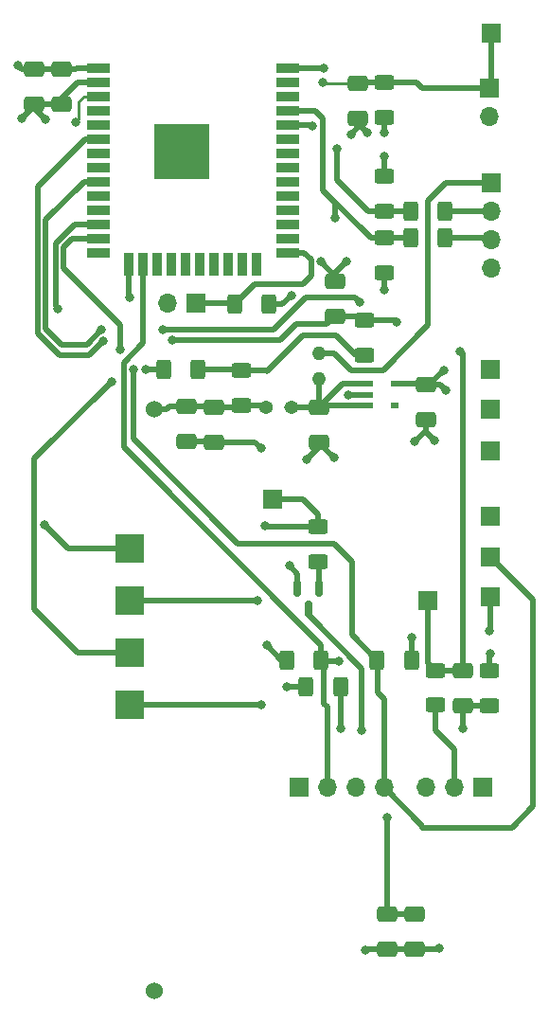
<source format=gbr>
%TF.GenerationSoftware,KiCad,Pcbnew,6.0.0-d3dd2cf0fa~116~ubuntu20.04.1*%
%TF.CreationDate,2022-02-22T07:52:50+01:00*%
%TF.ProjectId,ESP32_BAT,45535033-325f-4424-9154-2e6b69636164,rev?*%
%TF.SameCoordinates,Original*%
%TF.FileFunction,Copper,L1,Top*%
%TF.FilePolarity,Positive*%
%FSLAX46Y46*%
G04 Gerber Fmt 4.6, Leading zero omitted, Abs format (unit mm)*
G04 Created by KiCad (PCBNEW 6.0.0-d3dd2cf0fa~116~ubuntu20.04.1) date 2022-02-22 07:52:50*
%MOMM*%
%LPD*%
G01*
G04 APERTURE LIST*
G04 Aperture macros list*
%AMRoundRect*
0 Rectangle with rounded corners*
0 $1 Rounding radius*
0 $2 $3 $4 $5 $6 $7 $8 $9 X,Y pos of 4 corners*
0 Add a 4 corners polygon primitive as box body*
4,1,4,$2,$3,$4,$5,$6,$7,$8,$9,$2,$3,0*
0 Add four circle primitives for the rounded corners*
1,1,$1+$1,$2,$3*
1,1,$1+$1,$4,$5*
1,1,$1+$1,$6,$7*
1,1,$1+$1,$8,$9*
0 Add four rect primitives between the rounded corners*
20,1,$1+$1,$2,$3,$4,$5,0*
20,1,$1+$1,$4,$5,$6,$7,0*
20,1,$1+$1,$6,$7,$8,$9,0*
20,1,$1+$1,$8,$9,$2,$3,0*%
G04 Aperture macros list end*
%TA.AperFunction,SMDPad,CuDef*%
%ADD10RoundRect,0.250000X-0.400000X-0.625000X0.400000X-0.625000X0.400000X0.625000X-0.400000X0.625000X0*%
%TD*%
%TA.AperFunction,SMDPad,CuDef*%
%ADD11R,5.000000X5.000000*%
%TD*%
%TA.AperFunction,SMDPad,CuDef*%
%ADD12R,2.000000X0.900000*%
%TD*%
%TA.AperFunction,SMDPad,CuDef*%
%ADD13R,0.900000X2.000000*%
%TD*%
%TA.AperFunction,ComponentPad*%
%ADD14R,1.700000X1.700000*%
%TD*%
%TA.AperFunction,ComponentPad*%
%ADD15O,1.700000X1.700000*%
%TD*%
%TA.AperFunction,SMDPad,CuDef*%
%ADD16RoundRect,0.250000X-0.650000X0.412500X-0.650000X-0.412500X0.650000X-0.412500X0.650000X0.412500X0*%
%TD*%
%TA.AperFunction,SMDPad,CuDef*%
%ADD17RoundRect,0.250000X0.625000X-0.400000X0.625000X0.400000X-0.625000X0.400000X-0.625000X-0.400000X0*%
%TD*%
%TA.AperFunction,SMDPad,CuDef*%
%ADD18RoundRect,0.250000X0.400000X0.625000X-0.400000X0.625000X-0.400000X-0.625000X0.400000X-0.625000X0*%
%TD*%
%TA.AperFunction,SMDPad,CuDef*%
%ADD19RoundRect,0.250000X0.650000X-0.412500X0.650000X0.412500X-0.650000X0.412500X-0.650000X-0.412500X0*%
%TD*%
%TA.AperFunction,SMDPad,CuDef*%
%ADD20RoundRect,0.250000X-0.625000X0.400000X-0.625000X-0.400000X0.625000X-0.400000X0.625000X0.400000X0*%
%TD*%
%TA.AperFunction,ComponentPad*%
%ADD21C,1.524000*%
%TD*%
%TA.AperFunction,SMDPad,CuDef*%
%ADD22O,1.200000X1.300000*%
%TD*%
%TA.AperFunction,SMDPad,CuDef*%
%ADD23O,1.300000X1.200000*%
%TD*%
%TA.AperFunction,SMDPad,CuDef*%
%ADD24RoundRect,0.150000X-0.150000X0.587500X-0.150000X-0.587500X0.150000X-0.587500X0.150000X0.587500X0*%
%TD*%
%TA.AperFunction,SMDPad,CuDef*%
%ADD25R,0.700000X0.510000*%
%TD*%
%TA.AperFunction,SMDPad,CuDef*%
%ADD26R,2.500000X2.500000*%
%TD*%
%TA.AperFunction,ViaPad*%
%ADD27C,0.800000*%
%TD*%
%TA.AperFunction,Conductor*%
%ADD28C,0.500000*%
%TD*%
%TA.AperFunction,Conductor*%
%ADD29C,0.250000*%
%TD*%
G04 APERTURE END LIST*
D10*
%TO.P,R13,1*%
%TO.N,/ESP32_SOLO/IO0*%
X63400000Y-61500000D03*
%TO.P,R13,2*%
%TO.N,+3V3*%
X66500000Y-61500000D03*
%TD*%
D11*
%TO.P,U1,39,GND*%
%TO.N,GND*%
X58700000Y-47895000D03*
D12*
%TO.P,U1,1,GND*%
X51200000Y-40395000D03*
%TO.P,U1,2,VDD*%
%TO.N,+3V3*%
X51200000Y-41665000D03*
%TO.P,U1,3,EN*%
%TO.N,/ESP32_SOLO/ENABLE*%
X51200000Y-42935000D03*
%TO.P,U1,4,SENSOR_VP*%
%TO.N,unconnected-(U1-Pad4)*%
X51200000Y-44205000D03*
%TO.P,U1,5,SENSOR_VN*%
%TO.N,unconnected-(U1-Pad5)*%
X51200000Y-45475000D03*
%TO.P,U1,6,IO34*%
%TO.N,Net-(C4-Pad1)*%
X51200000Y-46745000D03*
%TO.P,U1,7,IO35*%
%TO.N,unconnected-(U1-Pad7)*%
X51200000Y-48015000D03*
%TO.P,U1,8,IO32*%
%TO.N,unconnected-(U1-Pad8)*%
X51200000Y-49285000D03*
%TO.P,U1,9,IO33*%
%TO.N,ADC_SNS_IN*%
X51200000Y-50555000D03*
%TO.P,U1,10,IO25*%
%TO.N,unconnected-(U1-Pad10)*%
X51200000Y-51825000D03*
%TO.P,U1,11,IO26*%
%TO.N,unconnected-(U1-Pad11)*%
X51200000Y-53095000D03*
%TO.P,U1,12,IO27*%
%TO.N,SENSOR_ON*%
X51200000Y-54365000D03*
%TO.P,U1,13,IO14*%
%TO.N,CLK*%
X51200000Y-55635000D03*
%TO.P,U1,14,IO12*%
%TO.N,unconnected-(U1-Pad14)*%
X51200000Y-56905000D03*
D13*
%TO.P,U1,15,GND*%
%TO.N,GND*%
X53985000Y-57905000D03*
%TO.P,U1,16,IO13*%
%TO.N,SDA*%
X55255000Y-57905000D03*
%TO.P,U1,17,SHD/SD2*%
%TO.N,unconnected-(U1-Pad17)*%
X56525000Y-57905000D03*
%TO.P,U1,18,SWP/SD3*%
%TO.N,unconnected-(U1-Pad18)*%
X57795000Y-57905000D03*
%TO.P,U1,19,SCS/CMD*%
%TO.N,unconnected-(U1-Pad19)*%
X59065000Y-57905000D03*
%TO.P,U1,20,SCK/CLK*%
%TO.N,unconnected-(U1-Pad20)*%
X60335000Y-57905000D03*
%TO.P,U1,21,SDO/SD0*%
%TO.N,unconnected-(U1-Pad21)*%
X61605000Y-57905000D03*
%TO.P,U1,22,SDI/SD1*%
%TO.N,unconnected-(U1-Pad22)*%
X62875000Y-57905000D03*
%TO.P,U1,23,IO15*%
%TO.N,unconnected-(U1-Pad23)*%
X64145000Y-57905000D03*
%TO.P,U1,24,IO2*%
%TO.N,unconnected-(U1-Pad24)*%
X65415000Y-57905000D03*
D12*
%TO.P,U1,25,IO0*%
%TO.N,/ESP32_SOLO/IO0*%
X68200000Y-56905000D03*
%TO.P,U1,26,IO4*%
%TO.N,unconnected-(U1-Pad26)*%
X68200000Y-55635000D03*
%TO.P,U1,27,IO16*%
%TO.N,unconnected-(U1-Pad27)*%
X68200000Y-54365000D03*
%TO.P,U1,28,IO17*%
%TO.N,unconnected-(U1-Pad28)*%
X68200000Y-53095000D03*
%TO.P,U1,29,IO5*%
%TO.N,unconnected-(U1-Pad29)*%
X68200000Y-51825000D03*
%TO.P,U1,30,IO18*%
%TO.N,unconnected-(U1-Pad30)*%
X68200000Y-50555000D03*
%TO.P,U1,31,IO19*%
%TO.N,unconnected-(U1-Pad31)*%
X68200000Y-49285000D03*
%TO.P,U1,32,NC*%
%TO.N,unconnected-(U1-Pad32)*%
X68200000Y-48015000D03*
%TO.P,U1,33,IO21*%
%TO.N,unconnected-(U1-Pad33)*%
X68200000Y-46745000D03*
%TO.P,U1,34,RXD0/IO3*%
%TO.N,/ESP32_SOLO/RXD0*%
X68200000Y-45475000D03*
%TO.P,U1,35,TXD0/IO1*%
%TO.N,/ESP32_SOLO/TXD0*%
X68200000Y-44205000D03*
%TO.P,U1,36,IO22*%
%TO.N,unconnected-(U1-Pad36)*%
X68200000Y-42935000D03*
%TO.P,U1,37,IO23*%
%TO.N,unconnected-(U1-Pad37)*%
X68200000Y-41665000D03*
%TO.P,U1,38,GND*%
%TO.N,GND*%
X68200000Y-40395000D03*
%TD*%
D14*
%TO.P,J4,1,Pin_1*%
%TO.N,/ESP32_SOLO/IO0*%
X59975000Y-61400000D03*
D15*
%TO.P,J4,2,Pin_2*%
%TO.N,GND*%
X57435000Y-61400000D03*
%TD*%
D16*
%TO.P,C11,1*%
%TO.N,ADC_SNS_IN*%
X83800000Y-94267500D03*
%TO.P,C11,2*%
%TO.N,/sensor/sensor_gnd*%
X83800000Y-97392500D03*
%TD*%
D17*
%TO.P,R7,1*%
%TO.N,+3V3*%
X76800000Y-44820000D03*
%TO.P,R7,2*%
%TO.N,/ESP32_SOLO/ENABLE*%
X76800000Y-41720000D03*
%TD*%
D14*
%TO.P,TP1,1,1*%
%TO.N,SENSOR_ON*%
X66800000Y-78900000D03*
%TD*%
D18*
%TO.P,R10,1*%
%TO.N,ADC_IN*%
X60150000Y-67300000D03*
%TO.P,R10,2*%
%TO.N,GND*%
X57050000Y-67300000D03*
%TD*%
%TO.P,R2,1*%
%TO.N,SDA*%
X71170000Y-93300000D03*
%TO.P,R2,2*%
%TO.N,+3V3*%
X68070000Y-93300000D03*
%TD*%
D14*
%TO.P,TP4,1,1*%
%TO.N,/ESP32_SOLO/ENABLE*%
X86400000Y-37300000D03*
%TD*%
%TO.P,TP3,1,1*%
%TO.N,SDA*%
X86300000Y-87700000D03*
%TD*%
D10*
%TO.P,R5,1*%
%TO.N,CLK*%
X76170000Y-93300000D03*
%TO.P,R5,2*%
%TO.N,+3V3*%
X79270000Y-93300000D03*
%TD*%
D14*
%TO.P,TP7,1,1*%
%TO.N,/ESP32_SOLO/TXD0*%
X86300000Y-74600000D03*
%TD*%
D16*
%TO.P,C5,1*%
%TO.N,+BATT*%
X59100000Y-70675000D03*
%TO.P,C5,2*%
%TO.N,GND*%
X59100000Y-73800000D03*
%TD*%
D14*
%TO.P,J3,1,Pin_1*%
%TO.N,/sensor/sensor_gnd*%
X85600000Y-104700000D03*
D15*
%TO.P,J3,2,Pin_2*%
%TO.N,Net-(J3-Pad2)*%
X83060000Y-104700000D03*
%TO.P,J3,3,Pin_3*%
%TO.N,+3V3*%
X80520000Y-104700000D03*
%TD*%
D14*
%TO.P,TP12,1,1*%
%TO.N,ADC_SNS_IN*%
X80700000Y-88000000D03*
%TD*%
D19*
%TO.P,C4,1*%
%TO.N,Net-(C4-Pad1)*%
X72400000Y-62562500D03*
%TO.P,C4,2*%
%TO.N,GND*%
X72400000Y-59437500D03*
%TD*%
%TO.P,C1,1*%
%TO.N,GND*%
X74400000Y-44862500D03*
%TO.P,C1,2*%
%TO.N,/ESP32_SOLO/ENABLE*%
X74400000Y-41737500D03*
%TD*%
D16*
%TO.P,C3,1*%
%TO.N,GND*%
X45500000Y-40537500D03*
%TO.P,C3,2*%
%TO.N,+3V3*%
X45500000Y-43662500D03*
%TD*%
D20*
%TO.P,R8,1*%
%TO.N,Net-(C4-Pad1)*%
X75000000Y-62950000D03*
%TO.P,R8,2*%
%TO.N,ADC_IN*%
X75000000Y-66050000D03*
%TD*%
D16*
%TO.P,C8,1*%
%TO.N,+3V3*%
X80500000Y-68675000D03*
%TO.P,C8,2*%
%TO.N,GND*%
X80500000Y-71800000D03*
%TD*%
%TO.P,C6,1*%
%TO.N,+BATT*%
X61600000Y-70700000D03*
%TO.P,C6,2*%
%TO.N,GND*%
X61600000Y-73825000D03*
%TD*%
D21*
%TO.P,BT1,1,+*%
%TO.N,+BATT*%
X56254000Y-70900000D03*
%TO.P,BT1,2,-*%
%TO.N,GND*%
X56254000Y-122900000D03*
%TD*%
D22*
%TO.P,D2,1,K*%
%TO.N,Net-(C7-Pad1)*%
X71000000Y-68200000D03*
%TO.P,D2,2,A*%
%TO.N,+5V*%
X71000000Y-65900000D03*
%TD*%
D20*
%TO.P,R9,1*%
%TO.N,ADC_IN*%
X64000000Y-67450000D03*
%TO.P,R9,2*%
%TO.N,+BATT*%
X64000000Y-70550000D03*
%TD*%
%TO.P,R6,1*%
%TO.N,GND*%
X76800000Y-50100000D03*
%TO.P,R6,2*%
%TO.N,/ESP32_SOLO/RXD0*%
X76800000Y-53200000D03*
%TD*%
D17*
%TO.P,R3,1*%
%TO.N,GND*%
X76800000Y-58700000D03*
%TO.P,R3,2*%
%TO.N,/ESP32_SOLO/TXD0*%
X76800000Y-55600000D03*
%TD*%
D23*
%TO.P,D1,1,K*%
%TO.N,Net-(C7-Pad1)*%
X68500000Y-70700000D03*
%TO.P,D1,2,A*%
%TO.N,+BATT*%
X66200000Y-70700000D03*
%TD*%
D24*
%TO.P,Q1,1,B*%
%TO.N,Net-(Q1-Pad1)*%
X70950000Y-86862500D03*
%TO.P,Q1,2,E*%
%TO.N,GND*%
X69050000Y-86862500D03*
%TO.P,Q1,3,C*%
%TO.N,/sensor/sensor_gnd*%
X70000000Y-88737500D03*
%TD*%
D18*
%TO.P,R4,1*%
%TO.N,Net-(J1-Pad2)*%
X82250000Y-53200000D03*
%TO.P,R4,2*%
%TO.N,/ESP32_SOLO/RXD0*%
X79150000Y-53200000D03*
%TD*%
D14*
%TO.P,J1,1,Pin_1*%
%TO.N,+5V*%
X86400000Y-50700000D03*
D15*
%TO.P,J1,2,Pin_2*%
%TO.N,Net-(J1-Pad2)*%
X86400000Y-53240000D03*
%TO.P,J1,3,Pin_3*%
%TO.N,Net-(J1-Pad3)*%
X86400000Y-55780000D03*
%TO.P,J1,4,Pin_4*%
%TO.N,GND*%
X86400000Y-58320000D03*
%TD*%
D19*
%TO.P,C9,1*%
%TO.N,+3V3*%
X79500000Y-119162500D03*
%TO.P,C9,2*%
%TO.N,/sensor/sensor_gnd*%
X79500000Y-116037500D03*
%TD*%
D25*
%TO.P,U2,1,IN*%
%TO.N,Net-(C7-Pad1)*%
X75440000Y-68650000D03*
%TO.P,U2,2,GND*%
%TO.N,GND*%
X75440000Y-69600000D03*
%TO.P,U2,3,EN*%
%TO.N,Net-(C7-Pad1)*%
X75440000Y-70550000D03*
%TO.P,U2,4,NC*%
%TO.N,unconnected-(U2-Pad4)*%
X77760000Y-70550000D03*
%TO.P,U2,5,OUT*%
%TO.N,+3V3*%
X77760000Y-68650000D03*
%TD*%
D26*
%TO.P,TP8,1,1*%
%TO.N,+BATT*%
X54000000Y-92650000D03*
%TD*%
D14*
%TO.P,TP6,1,1*%
%TO.N,/ESP32_SOLO/RXD0*%
X86300000Y-70900000D03*
%TD*%
%TO.P,TP5,1,1*%
%TO.N,Net-(C4-Pad1)*%
X86300000Y-67300000D03*
%TD*%
D19*
%TO.P,C10,1*%
%TO.N,+3V3*%
X77100000Y-119162500D03*
%TO.P,C10,2*%
%TO.N,/sensor/sensor_gnd*%
X77100000Y-116037500D03*
%TD*%
D26*
%TO.P,TP10,1,1*%
%TO.N,+3V3*%
X54000000Y-88000000D03*
%TD*%
D17*
%TO.P,R11,1*%
%TO.N,Net-(Q1-Pad1)*%
X70900000Y-84500000D03*
%TO.P,R11,2*%
%TO.N,SENSOR_ON*%
X70900000Y-81400000D03*
%TD*%
D14*
%TO.P,TP13,1,1*%
%TO.N,GND*%
X86300000Y-80500000D03*
%TD*%
%TO.P,TP2,1,1*%
%TO.N,CLK*%
X86300000Y-84100000D03*
%TD*%
D16*
%TO.P,C2,1*%
%TO.N,GND*%
X47900000Y-40537500D03*
%TO.P,C2,2*%
%TO.N,+3V3*%
X47900000Y-43662500D03*
%TD*%
D20*
%TO.P,R14,1*%
%TO.N,ADC_SNS_IN*%
X81400000Y-94250000D03*
%TO.P,R14,2*%
%TO.N,Net-(J3-Pad2)*%
X81400000Y-97350000D03*
%TD*%
D16*
%TO.P,C7,1*%
%TO.N,Net-(C7-Pad1)*%
X71000000Y-70737500D03*
%TO.P,C7,2*%
%TO.N,GND*%
X71000000Y-73862500D03*
%TD*%
D18*
%TO.P,R1,1*%
%TO.N,Net-(J1-Pad3)*%
X82250000Y-55600000D03*
%TO.P,R1,2*%
%TO.N,/ESP32_SOLO/TXD0*%
X79150000Y-55600000D03*
%TD*%
D26*
%TO.P,TP11,1,1*%
%TO.N,GND*%
X54000000Y-97300000D03*
%TD*%
D14*
%TO.P,J2,1,Pin_1*%
%TO.N,/ESP32_SOLO/ENABLE*%
X86200000Y-42200000D03*
D15*
%TO.P,J2,2,Pin_2*%
%TO.N,GND*%
X86200000Y-44740000D03*
%TD*%
D26*
%TO.P,TP9,1,1*%
%TO.N,+5V*%
X54000000Y-83350000D03*
%TD*%
D17*
%TO.P,R15,1*%
%TO.N,/sensor/sensor_gnd*%
X86200000Y-97400000D03*
%TO.P,R15,2*%
%TO.N,GND*%
X86200000Y-94300000D03*
%TD*%
D18*
%TO.P,R12,1*%
%TO.N,/sensor/sensor_gnd*%
X72920000Y-95700000D03*
%TO.P,R12,2*%
%TO.N,GND*%
X69820000Y-95700000D03*
%TD*%
D14*
%TO.P,U3,1,VDD*%
%TO.N,+3V3*%
X69160000Y-104700000D03*
D15*
%TO.P,U3,2,SDA*%
%TO.N,SDA*%
X71700000Y-104700000D03*
%TO.P,U3,3,GND*%
%TO.N,/sensor/sensor_gnd*%
X74240000Y-104700000D03*
%TO.P,U3,4,SCL*%
%TO.N,CLK*%
X76780000Y-104700000D03*
%TD*%
D27*
%TO.N,+3V3*%
X68500000Y-60700000D03*
%TO.N,GND*%
X71400000Y-40400000D03*
X54000000Y-60900000D03*
%TO.N,/ESP32_SOLO/RXD0*%
X70400000Y-45600000D03*
X72600000Y-47600000D03*
%TO.N,Net-(C4-Pad1)*%
X51700688Y-64800688D03*
%TO.N,ADC_SNS_IN*%
X51500000Y-63800000D03*
%TO.N,Net-(C4-Pad1)*%
X57800000Y-64700000D03*
%TO.N,ADC_SNS_IN*%
X57000000Y-63800000D03*
%TO.N,/ESP32_SOLO/ENABLE*%
X71300000Y-41700000D03*
X49200000Y-45200000D03*
%TO.N,+BATT*%
X52400000Y-68400000D03*
%TO.N,GND*%
X60000000Y-49500000D03*
X65800000Y-97300000D03*
X86300000Y-92700000D03*
X81300000Y-73700000D03*
X73400000Y-57700000D03*
X71100000Y-57700000D03*
X58700000Y-48100000D03*
X76800000Y-60200000D03*
X57400000Y-49500000D03*
X79500000Y-73800000D03*
X55500000Y-67300000D03*
X76800000Y-48300000D03*
X44000000Y-40200000D03*
X73600000Y-69600000D03*
X58700000Y-49500000D03*
X57400000Y-48100000D03*
X72300000Y-75200000D03*
X57400000Y-46700000D03*
X60000000Y-46700000D03*
X68100000Y-95700000D03*
X60000000Y-48100000D03*
X73800000Y-46300000D03*
X65800000Y-74400000D03*
X68300000Y-84900000D03*
X75300000Y-46200000D03*
X58700000Y-46700000D03*
X69900000Y-75400000D03*
%TO.N,+3V3*%
X66300000Y-92000000D03*
X75100000Y-119200000D03*
X79300000Y-91300000D03*
X76800000Y-46200000D03*
X44400000Y-44900000D03*
X65500000Y-88000000D03*
X82300000Y-69200000D03*
X81700000Y-119100000D03*
X46500000Y-45000000D03*
X82100000Y-67400000D03*
%TO.N,Net-(C4-Pad1)*%
X77900000Y-63100000D03*
%TO.N,+5V*%
X46400000Y-81200000D03*
%TO.N,/sensor/sensor_gnd*%
X72900000Y-99400000D03*
X83800000Y-99400000D03*
X77100000Y-107400000D03*
X74800000Y-99600000D03*
%TO.N,/ESP32_SOLO/TXD0*%
X72400000Y-53800000D03*
%TO.N,SDA*%
X72700000Y-93400000D03*
X86200000Y-90700000D03*
%TO.N,CLK*%
X54349500Y-67300000D03*
X53200000Y-65600000D03*
%TO.N,SENSOR_ON*%
X66100000Y-81300000D03*
X47600000Y-61900000D03*
%TO.N,ADC_SNS_IN*%
X83600000Y-65700000D03*
X74600000Y-61300000D03*
%TD*%
D28*
%TO.N,/ESP32_SOLO/IO0*%
X63400000Y-61500000D02*
X65200000Y-59700000D01*
X65200000Y-59700000D02*
X69500000Y-59700000D01*
X69500000Y-59700000D02*
X70250489Y-58949511D01*
X70250489Y-58949511D02*
X70250489Y-57549511D01*
X70250489Y-57549511D02*
X69605978Y-56905000D01*
X69605978Y-56905000D02*
X68200000Y-56905000D01*
%TO.N,+3V3*%
X67700000Y-61500000D02*
X68500000Y-60700000D01*
X66500000Y-61500000D02*
X67700000Y-61500000D01*
%TO.N,/ESP32_SOLO/IO0*%
X59975000Y-61400000D02*
X63300000Y-61400000D01*
X63300000Y-61400000D02*
X63400000Y-61500000D01*
X63200000Y-61400000D02*
X63400000Y-61600000D01*
%TO.N,ADC_SNS_IN*%
X57000000Y-63800000D02*
X66900000Y-63800000D01*
X66900000Y-63800000D02*
X69800000Y-60900000D01*
X69800000Y-60900000D02*
X74200000Y-60900000D01*
X74200000Y-60900000D02*
X74600000Y-61300000D01*
%TO.N,Net-(C4-Pad1)*%
X57800000Y-64700000D02*
X67500000Y-64700000D01*
X67500000Y-64700000D02*
X68900000Y-63300000D01*
X68900000Y-63300000D02*
X71662500Y-63300000D01*
X71662500Y-63300000D02*
X72400000Y-62562500D01*
%TO.N,GND*%
X71395000Y-40395000D02*
X71400000Y-40400000D01*
X68200000Y-40395000D02*
X71395000Y-40395000D01*
X53985000Y-60885000D02*
X54000000Y-60900000D01*
X53985000Y-57905000D02*
X53985000Y-60885000D01*
%TO.N,/ESP32_SOLO/RXD0*%
X76800000Y-53200000D02*
X75400000Y-53200000D01*
X72600000Y-50400000D02*
X72600000Y-47600000D01*
X75400000Y-53200000D02*
X72600000Y-50400000D01*
X70400000Y-45600000D02*
X70300000Y-45500000D01*
X70300000Y-45500000D02*
X68225000Y-45500000D01*
X68225000Y-45500000D02*
X68200000Y-45475000D01*
%TO.N,Net-(C4-Pad1)*%
X45800000Y-51000000D02*
X50055000Y-46745000D01*
X51700688Y-64800688D02*
X50401376Y-66100000D01*
X50401376Y-66100000D02*
X47800000Y-66100000D01*
X47800000Y-66100000D02*
X45800000Y-64100000D01*
X45800000Y-64100000D02*
X45800000Y-51000000D01*
X50055000Y-46745000D02*
X51200000Y-46745000D01*
%TO.N,ADC_SNS_IN*%
X51500000Y-63800000D02*
X50200000Y-65100000D01*
X50200000Y-65100000D02*
X47900000Y-65100000D01*
X47900000Y-65100000D02*
X46500000Y-63700000D01*
X46500000Y-54000000D02*
X49945000Y-50555000D01*
X46500000Y-63700000D02*
X46500000Y-54000000D01*
X49945000Y-50555000D02*
X51200000Y-50555000D01*
%TO.N,/ESP32_SOLO/ENABLE*%
X86400000Y-37300000D02*
X86400000Y-42000000D01*
%TO.N,SENSOR_ON*%
X47600000Y-61900000D02*
X47400481Y-61700481D01*
X47400481Y-61700481D02*
X47400481Y-56110249D01*
X47400481Y-56110249D02*
X49145730Y-54365000D01*
X49145730Y-54365000D02*
X51200000Y-54365000D01*
%TO.N,CLK*%
X53200000Y-65600000D02*
X53200000Y-63400000D01*
X53200000Y-63400000D02*
X48100000Y-58300000D01*
X48100000Y-58300000D02*
X48100000Y-56400000D01*
X48100000Y-56400000D02*
X48865000Y-55635000D01*
X48865000Y-55635000D02*
X51200000Y-55635000D01*
%TO.N,SDA*%
X71170000Y-93300000D02*
X71170000Y-91970000D01*
X53500000Y-74300000D02*
X53500000Y-66712011D01*
X71170000Y-91970000D02*
X53500000Y-74300000D01*
X53500000Y-66712011D02*
X55255000Y-64957011D01*
X55255000Y-64957011D02*
X55255000Y-57905000D01*
%TO.N,/ESP32_SOLO/TXD0*%
X71300480Y-51300480D02*
X71300480Y-44900480D01*
X71300480Y-44900480D02*
X70605000Y-44205000D01*
X70605000Y-44205000D02*
X68200000Y-44205000D01*
D29*
%TO.N,/ESP32_SOLO/ENABLE*%
X71337500Y-41737500D02*
X74400000Y-41737500D01*
X71300000Y-41700000D02*
X71337500Y-41737500D01*
X51200000Y-42935000D02*
X49950000Y-42935000D01*
X49950000Y-42935000D02*
X49500000Y-43385000D01*
X49500000Y-43385000D02*
X49500000Y-44900000D01*
X49500000Y-44900000D02*
X49200000Y-45200000D01*
D28*
%TO.N,+3V3*%
X47900000Y-43662500D02*
X47900000Y-43100000D01*
X47900000Y-43100000D02*
X49335000Y-41665000D01*
X49335000Y-41665000D02*
X51200000Y-41665000D01*
%TO.N,GND*%
X47900000Y-40537500D02*
X49162500Y-40537500D01*
X49305000Y-40395000D02*
X51200000Y-40395000D01*
X49162500Y-40537500D02*
X49305000Y-40395000D01*
%TO.N,+BATT*%
X59025000Y-70600000D02*
X59100000Y-70675000D01*
X57600000Y-70600000D02*
X59025000Y-70600000D01*
X45500000Y-75300000D02*
X45500000Y-88800000D01*
X52400000Y-68400000D02*
X45500000Y-75300000D01*
X45500000Y-88800000D02*
X49350000Y-92650000D01*
X63850000Y-70700000D02*
X64000000Y-70550000D01*
X57300000Y-70900000D02*
X57600000Y-70600000D01*
X61600000Y-70700000D02*
X63850000Y-70700000D01*
X56254000Y-70900000D02*
X57300000Y-70900000D01*
X59100000Y-70675000D02*
X61575000Y-70675000D01*
X66050000Y-70550000D02*
X66200000Y-70700000D01*
X49350000Y-92650000D02*
X54000000Y-92650000D01*
X64000000Y-70550000D02*
X66050000Y-70550000D01*
X61575000Y-70675000D02*
X61600000Y-70700000D01*
%TO.N,GND*%
X71000000Y-73862500D02*
X71000000Y-73900000D01*
X74400000Y-44862500D02*
X74400000Y-45300000D01*
X72400000Y-59437500D02*
X72400000Y-58700000D01*
X54000000Y-97300000D02*
X65800000Y-97300000D01*
X86200000Y-94300000D02*
X86200000Y-92800000D01*
X65225000Y-73825000D02*
X65600000Y-74200000D01*
X72400000Y-59437500D02*
X72400000Y-59000000D01*
X74400000Y-45700000D02*
X73800000Y-46300000D01*
X71000000Y-73862500D02*
X71000000Y-74300000D01*
X69050000Y-86862500D02*
X69050000Y-85650000D01*
X80500000Y-71800000D02*
X80500000Y-72900000D01*
X45500000Y-40537500D02*
X47900000Y-40537500D01*
X65600000Y-74200000D02*
X65800000Y-74400000D01*
X80500000Y-71800000D02*
X80500000Y-72800000D01*
X72400000Y-59000000D02*
X71100000Y-57700000D01*
X45500000Y-40537500D02*
X44337500Y-40537500D01*
X74400000Y-44862500D02*
X74400000Y-45700000D01*
X76800000Y-58700000D02*
X76800000Y-60200000D01*
X74400000Y-45300000D02*
X75300000Y-46200000D01*
X71000000Y-73900000D02*
X72300000Y-75200000D01*
X76800000Y-50100000D02*
X76800000Y-48300000D01*
X69820000Y-95700000D02*
X68100000Y-95700000D01*
X61600000Y-73825000D02*
X65225000Y-73825000D01*
X86200000Y-92800000D02*
X86300000Y-92700000D01*
X80500000Y-72800000D02*
X79500000Y-73800000D01*
X80500000Y-72900000D02*
X81300000Y-73700000D01*
X69050000Y-85650000D02*
X68300000Y-84900000D01*
X61575000Y-73800000D02*
X61600000Y-73825000D01*
X59100000Y-73800000D02*
X61575000Y-73800000D01*
X75440000Y-69600000D02*
X73600000Y-69600000D01*
X71000000Y-74300000D02*
X69900000Y-75400000D01*
X57050000Y-67300000D02*
X55500000Y-67300000D01*
X44337500Y-40537500D02*
X44000000Y-40200000D01*
X72400000Y-58700000D02*
X73400000Y-57700000D01*
%TO.N,/ESP32_SOLO/ENABLE*%
X76800000Y-41720000D02*
X74417500Y-41720000D01*
X74400000Y-41737500D02*
X74287500Y-41625000D01*
X79700000Y-41700000D02*
X76820000Y-41700000D01*
X74417500Y-41720000D02*
X74400000Y-41737500D01*
X80200000Y-42200000D02*
X79700000Y-41700000D01*
X76820000Y-41700000D02*
X76800000Y-41720000D01*
X86400000Y-42000000D02*
X86200000Y-42200000D01*
X86200000Y-42200000D02*
X80200000Y-42200000D01*
%TO.N,+3V3*%
X76800000Y-44820000D02*
X76800000Y-46200000D01*
X81637500Y-119162500D02*
X81700000Y-119100000D01*
X80475000Y-68650000D02*
X80500000Y-68675000D01*
X54000000Y-88000000D02*
X65500000Y-88000000D01*
X79270000Y-91330000D02*
X79300000Y-91300000D01*
X45500000Y-43662500D02*
X47900000Y-43662500D01*
X45500000Y-44000000D02*
X46500000Y-45000000D01*
X67600000Y-93300000D02*
X66300000Y-92000000D01*
X79500000Y-119162500D02*
X81637500Y-119162500D01*
X45500000Y-43662500D02*
X45500000Y-44000000D01*
X81775000Y-68675000D02*
X80500000Y-68675000D01*
X45500000Y-43662500D02*
X45500000Y-43800000D01*
X82300000Y-69200000D02*
X81775000Y-68675000D01*
X68070000Y-93300000D02*
X67600000Y-93300000D01*
X75137500Y-119162500D02*
X75100000Y-119200000D01*
X77100000Y-119162500D02*
X79500000Y-119162500D01*
X77100000Y-119162500D02*
X75137500Y-119162500D01*
X77760000Y-68650000D02*
X80475000Y-68650000D01*
X80500000Y-68675000D02*
X80825000Y-68675000D01*
X79270000Y-93300000D02*
X79270000Y-91330000D01*
X45500000Y-43800000D02*
X44400000Y-44900000D01*
X80825000Y-68675000D02*
X82100000Y-67400000D01*
%TO.N,Net-(C4-Pad1)*%
X72400000Y-62562500D02*
X74612500Y-62562500D01*
X74612500Y-62562500D02*
X75000000Y-62950000D01*
X77750000Y-62950000D02*
X77900000Y-63100000D01*
X75000000Y-62950000D02*
X77750000Y-62950000D01*
X72237500Y-62725000D02*
X72400000Y-62562500D01*
%TO.N,Net-(C7-Pad1)*%
X71000000Y-68200000D02*
X71000000Y-70737500D01*
X73087500Y-68650000D02*
X71000000Y-70737500D01*
X68500000Y-70700000D02*
X70962500Y-70700000D01*
X71187500Y-70550000D02*
X71000000Y-70737500D01*
X75440000Y-68650000D02*
X73087500Y-68650000D01*
X70962500Y-70700000D02*
X71000000Y-70737500D01*
X75440000Y-70550000D02*
X71187500Y-70550000D01*
%TO.N,+5V*%
X82300000Y-50700000D02*
X86400000Y-50700000D01*
X80700000Y-63400000D02*
X80700000Y-52300000D01*
X73800000Y-67400000D02*
X76700000Y-67400000D01*
X76700000Y-67400000D02*
X80700000Y-63400000D01*
X48550000Y-83350000D02*
X46400000Y-81200000D01*
X71000000Y-65900000D02*
X72300000Y-65900000D01*
X54000000Y-83350000D02*
X48550000Y-83350000D01*
X72300000Y-65900000D02*
X73800000Y-67400000D01*
X80700000Y-52300000D02*
X82300000Y-50700000D01*
%TO.N,Net-(J1-Pad2)*%
X82250000Y-53200000D02*
X86360000Y-53200000D01*
X86360000Y-53200000D02*
X86400000Y-53240000D01*
%TO.N,Net-(J1-Pad3)*%
X86220000Y-55600000D02*
X86400000Y-55780000D01*
X82250000Y-55600000D02*
X86220000Y-55600000D01*
%TO.N,Net-(Q1-Pad1)*%
X70950000Y-86862500D02*
X70950000Y-84550000D01*
X70950000Y-84550000D02*
X70900000Y-84500000D01*
%TO.N,/sensor/sensor_gnd*%
X77100000Y-116037500D02*
X77100000Y-107400000D01*
X86200000Y-97400000D02*
X83807500Y-97400000D01*
X77100000Y-116037500D02*
X79500000Y-116037500D01*
X70000000Y-88737500D02*
X70000000Y-89300000D01*
X83800000Y-97392500D02*
X83800000Y-99400000D01*
X74800000Y-94100000D02*
X74800000Y-99600000D01*
X72920000Y-99380000D02*
X72900000Y-99400000D01*
X72920000Y-95700000D02*
X72920000Y-99380000D01*
X70000000Y-89300000D02*
X74800000Y-94100000D01*
X83807500Y-97400000D02*
X83800000Y-97392500D01*
%TO.N,/ESP32_SOLO/TXD0*%
X79150000Y-55600000D02*
X76800000Y-55600000D01*
X75600000Y-55600000D02*
X71300480Y-51300480D01*
X72400000Y-52400000D02*
X71300480Y-51300480D01*
X72400000Y-53800000D02*
X72400000Y-52400000D01*
X76800000Y-55600000D02*
X75600000Y-55600000D01*
%TO.N,SDA*%
X86300000Y-87700000D02*
X86300000Y-90600000D01*
X71400000Y-93530000D02*
X71170000Y-93300000D01*
X71700000Y-104700000D02*
X71700000Y-97500000D01*
X86300000Y-90600000D02*
X86200000Y-90700000D01*
X72700000Y-93400000D02*
X71270000Y-93400000D01*
X71270000Y-93400000D02*
X71170000Y-93300000D01*
X71700000Y-97500000D02*
X71400000Y-97200000D01*
X71400000Y-97200000D02*
X71400000Y-93530000D01*
%TO.N,/ESP32_SOLO/RXD0*%
X79150000Y-53200000D02*
X76800000Y-53200000D01*
%TO.N,CLK*%
X54349500Y-73549500D02*
X54349500Y-67300000D01*
X80200000Y-108300000D02*
X80200000Y-108120000D01*
X76170000Y-93300000D02*
X73900000Y-91030000D01*
X73900000Y-91030000D02*
X73900000Y-84500000D01*
X90100000Y-106400000D02*
X88200000Y-108300000D01*
X90100000Y-87900000D02*
X90100000Y-106400000D01*
X73900000Y-84500000D02*
X72300000Y-82900000D01*
X88200000Y-108300000D02*
X80200000Y-108300000D01*
X76200000Y-96200000D02*
X76200000Y-93330000D01*
X72300000Y-82900000D02*
X63700000Y-82900000D01*
X76780000Y-96780000D02*
X76200000Y-96200000D01*
X76200000Y-93330000D02*
X76170000Y-93300000D01*
X76780000Y-104700000D02*
X76780000Y-96780000D01*
X63700000Y-82900000D02*
X54349500Y-73549500D01*
X80200000Y-108120000D02*
X76780000Y-104700000D01*
X86300000Y-84100000D02*
X90100000Y-87900000D01*
%TO.N,ADC_IN*%
X74250000Y-66050000D02*
X72500000Y-64300000D01*
X60150000Y-67300000D02*
X63850000Y-67300000D01*
X60250000Y-67200000D02*
X60150000Y-67300000D01*
X75000000Y-66050000D02*
X74250000Y-66050000D01*
X64000000Y-67450000D02*
X66250000Y-67450000D01*
X72500000Y-64300000D02*
X69500000Y-64300000D01*
X66250000Y-67450000D02*
X66300000Y-67500000D01*
X69500000Y-64300000D02*
X66300000Y-67500000D01*
X63850000Y-67300000D02*
X64000000Y-67450000D01*
%TO.N,SENSOR_ON*%
X70900000Y-80300000D02*
X69500000Y-78900000D01*
X70900000Y-81400000D02*
X70900000Y-80300000D01*
X70900000Y-81400000D02*
X66200000Y-81400000D01*
X69500000Y-78900000D02*
X66800000Y-78900000D01*
X66200000Y-81400000D02*
X66100000Y-81300000D01*
%TO.N,ADC_SNS_IN*%
X81400000Y-94250000D02*
X83782500Y-94250000D01*
X83800000Y-65900000D02*
X83600000Y-65700000D01*
X83800000Y-94267500D02*
X83800000Y-65900000D01*
X81400000Y-94250000D02*
X80700000Y-93550000D01*
X83782500Y-94250000D02*
X83800000Y-94267500D01*
X80700000Y-93550000D02*
X80700000Y-88000000D01*
%TO.N,Net-(J3-Pad2)*%
X81400000Y-97350000D02*
X81400000Y-99600000D01*
X81400000Y-99600000D02*
X83060000Y-101260000D01*
X83060000Y-101260000D02*
X83060000Y-104700000D01*
%TD*%
M02*

</source>
